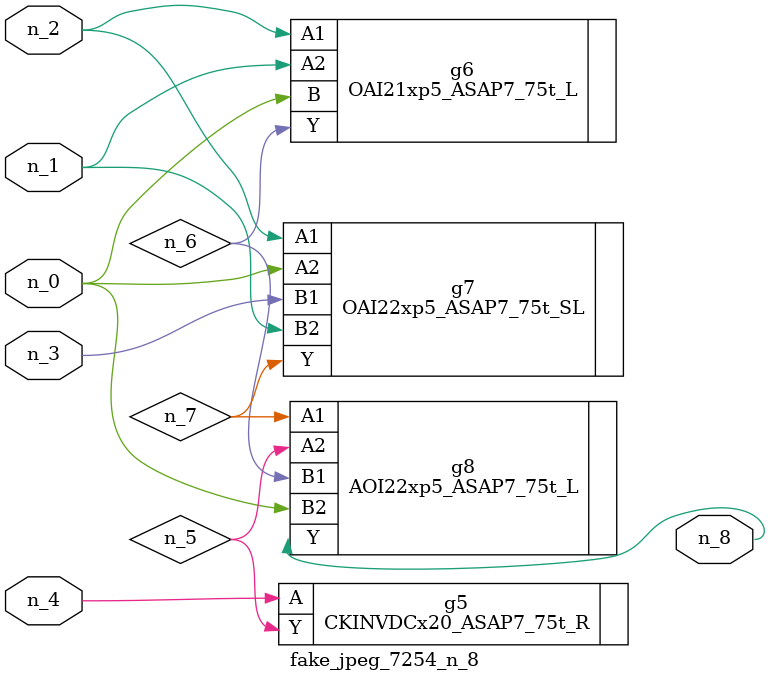
<source format=v>
module fake_jpeg_7254_n_8 (n_3, n_2, n_1, n_0, n_4, n_8);

input n_3;
input n_2;
input n_1;
input n_0;
input n_4;

output n_8;

wire n_6;
wire n_5;
wire n_7;

CKINVDCx20_ASAP7_75t_R g5 ( 
.A(n_4),
.Y(n_5)
);

OAI21xp5_ASAP7_75t_L g6 ( 
.A1(n_2),
.A2(n_1),
.B(n_0),
.Y(n_6)
);

OAI22xp5_ASAP7_75t_SL g7 ( 
.A1(n_2),
.A2(n_0),
.B1(n_3),
.B2(n_1),
.Y(n_7)
);

AOI22xp5_ASAP7_75t_L g8 ( 
.A1(n_7),
.A2(n_5),
.B1(n_6),
.B2(n_0),
.Y(n_8)
);


endmodule
</source>
